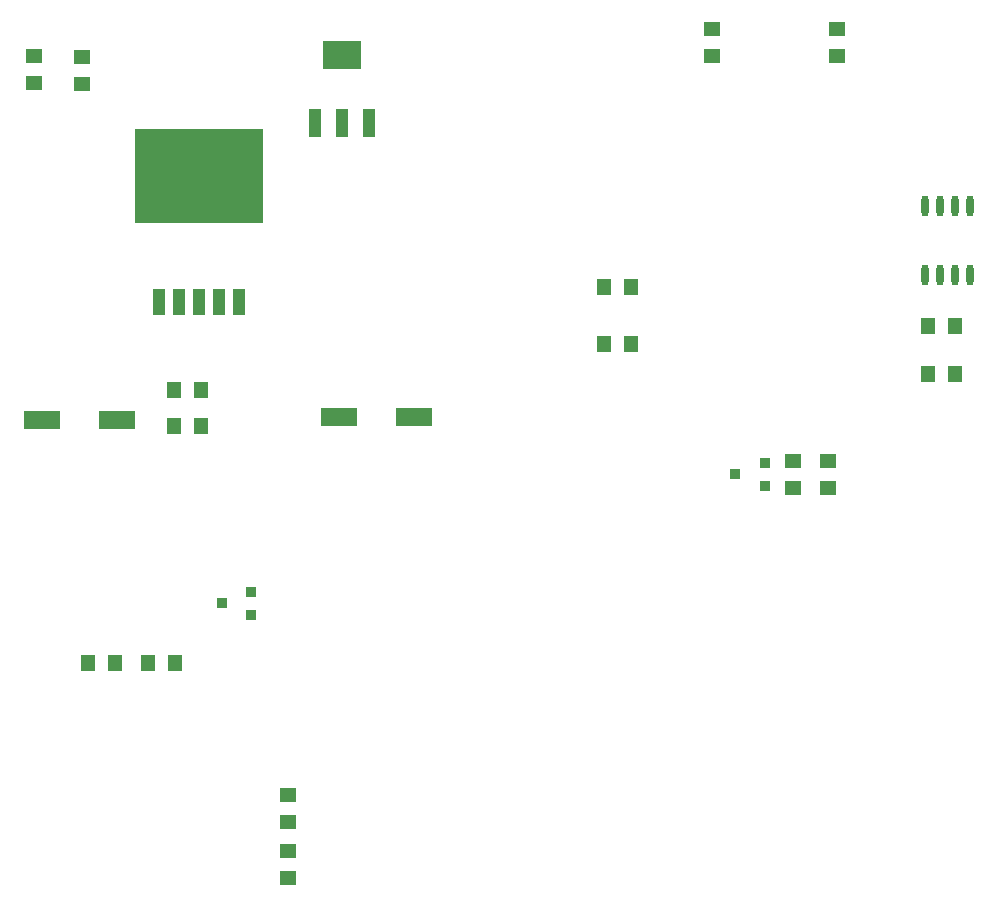
<source format=gtp>
G04*
G04 #@! TF.GenerationSoftware,Altium Limited,Altium Designer,24.1.2 (44)*
G04*
G04 Layer_Color=8421504*
%FSLAX43Y43*%
%MOMM*%
G71*
G04*
G04 #@! TF.SameCoordinates,54BEDA40-E342-42F5-ADC8-61CD6FAB378A*
G04*
G04*
G04 #@! TF.FilePolarity,Positive*
G04*
G01*
G75*
%ADD20R,3.048X1.524*%
%ADD21R,1.397X1.270*%
%ADD22R,1.270X1.397*%
%ADD23R,0.950X0.900*%
%ADD24O,0.600X1.800*%
%ADD25R,10.800X8.000*%
%ADD26R,1.070X2.160*%
%ADD27R,3.300X2.400*%
%ADD28R,1.000X2.400*%
D20*
X7112Y57912D02*
D03*
X13462D02*
D03*
X32258Y58166D02*
D03*
X38608D02*
D03*
D21*
X27940Y23876D02*
D03*
Y26162D02*
D03*
Y19177D02*
D03*
Y21463D02*
D03*
X70739Y54483D02*
D03*
Y52197D02*
D03*
X73660Y54483D02*
D03*
Y52197D02*
D03*
X63881Y88773D02*
D03*
Y91059D02*
D03*
X74422Y88773D02*
D03*
Y91059D02*
D03*
X6477Y88773D02*
D03*
Y86487D02*
D03*
X10541Y86360D02*
D03*
Y88646D02*
D03*
D22*
X84455Y61849D02*
D03*
X82169D02*
D03*
X57023Y64389D02*
D03*
X54737D02*
D03*
X57023Y69215D02*
D03*
X54737D02*
D03*
X84455Y65913D02*
D03*
X82169D02*
D03*
X20574Y57404D02*
D03*
X18288D02*
D03*
Y60452D02*
D03*
X20574D02*
D03*
X18415Y37338D02*
D03*
X16129D02*
D03*
X13335D02*
D03*
X11049D02*
D03*
D23*
X68306Y52390D02*
D03*
X65806Y53340D02*
D03*
X68306Y54290D02*
D03*
X24852Y43368D02*
D03*
X22352Y42418D02*
D03*
X24852Y41468D02*
D03*
D24*
X81915Y70252D02*
D03*
X83185D02*
D03*
X84455D02*
D03*
X85725D02*
D03*
X81915Y76052D02*
D03*
X83185D02*
D03*
X84455D02*
D03*
X85725D02*
D03*
D25*
X20447Y78613D02*
D03*
D26*
Y67943D02*
D03*
X18747D02*
D03*
X17047D02*
D03*
X22147D02*
D03*
X23847D02*
D03*
D27*
X32512Y88879D02*
D03*
D28*
X34812Y83079D02*
D03*
X32512D02*
D03*
X30212D02*
D03*
M02*

</source>
